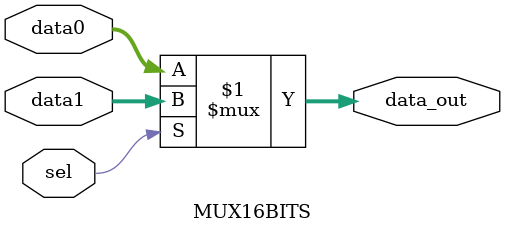
<source format=v>
`timescale 1ns / 1ps



module MUX16BITS(data_out,
                 data0,
                 data1,
                 sel);
parameter n=16, // multiplicand width size 
          m=16; // mulitplier width size 
output[n-1:0] data_out;
input[n-1:0] data0,
             data1;
input sel;             
assign data_out=sel?data1:data0;                          
endmodule

</source>
